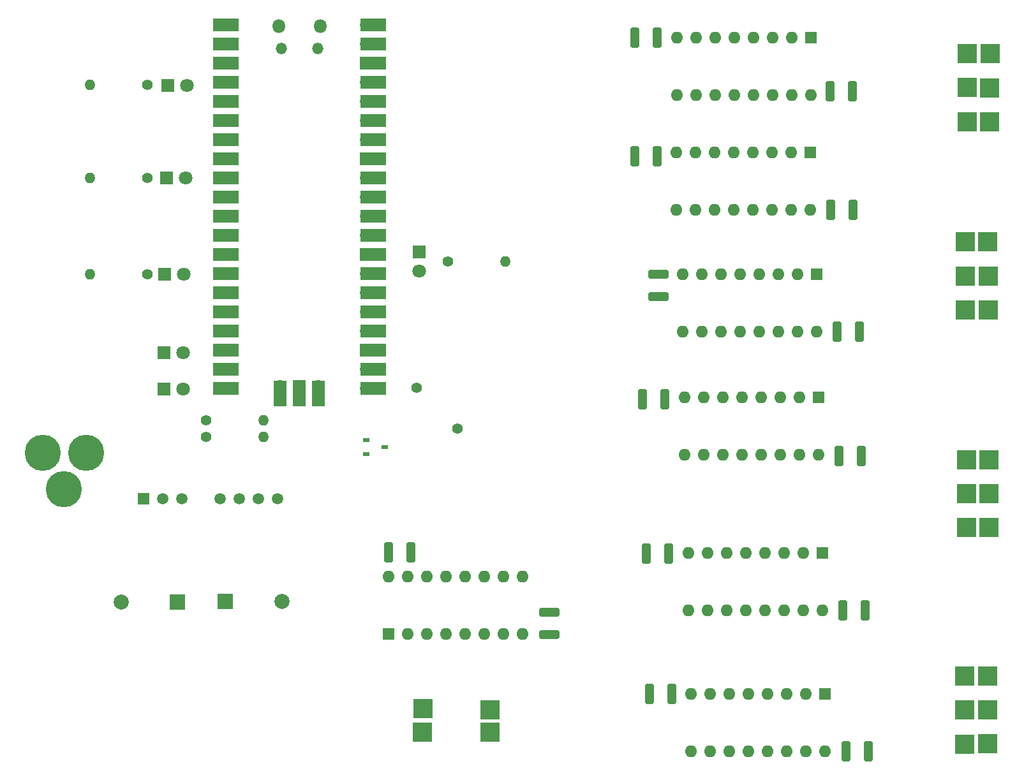
<source format=gbr>
%TF.GenerationSoftware,KiCad,Pcbnew,(6.0.7)*%
%TF.CreationDate,2023-01-12T12:11:46-08:00*%
%TF.ProjectId,RevisedControlBoard,52657669-7365-4644-936f-6e74726f6c42,rev?*%
%TF.SameCoordinates,Original*%
%TF.FileFunction,Soldermask,Top*%
%TF.FilePolarity,Negative*%
%FSLAX46Y46*%
G04 Gerber Fmt 4.6, Leading zero omitted, Abs format (unit mm)*
G04 Created by KiCad (PCBNEW (6.0.7)) date 2023-01-12 12:11:46*
%MOMM*%
%LPD*%
G01*
G04 APERTURE LIST*
G04 Aperture macros list*
%AMRoundRect*
0 Rectangle with rounded corners*
0 $1 Rounding radius*
0 $2 $3 $4 $5 $6 $7 $8 $9 X,Y pos of 4 corners*
0 Add a 4 corners polygon primitive as box body*
4,1,4,$2,$3,$4,$5,$6,$7,$8,$9,$2,$3,0*
0 Add four circle primitives for the rounded corners*
1,1,$1+$1,$2,$3*
1,1,$1+$1,$4,$5*
1,1,$1+$1,$6,$7*
1,1,$1+$1,$8,$9*
0 Add four rect primitives between the rounded corners*
20,1,$1+$1,$2,$3,$4,$5,0*
20,1,$1+$1,$4,$5,$6,$7,0*
20,1,$1+$1,$6,$7,$8,$9,0*
20,1,$1+$1,$8,$9,$2,$3,0*%
%AMHorizOval*
0 Thick line with rounded ends*
0 $1 width*
0 $2 $3 position (X,Y) of the first rounded end (center of the circle)*
0 $4 $5 position (X,Y) of the second rounded end (center of the circle)*
0 Add line between two ends*
20,1,$1,$2,$3,$4,$5,0*
0 Add two circle primitives to create the rounded ends*
1,1,$1,$2,$3*
1,1,$1,$4,$5*%
G04 Aperture macros list end*
%ADD10C,1.400000*%
%ADD11HorizOval,1.400000X0.000000X0.000000X0.000000X0.000000X0*%
%ADD12O,1.800000X1.800000*%
%ADD13O,1.500000X1.500000*%
%ADD14R,3.500000X1.700000*%
%ADD15O,1.700000X1.700000*%
%ADD16R,1.700000X1.700000*%
%ADD17R,1.700000X3.500000*%
%ADD18R,1.600000X1.600000*%
%ADD19O,1.600000X1.600000*%
%ADD20O,1.400000X1.400000*%
%ADD21R,2.500000X2.500000*%
%ADD22RoundRect,0.250000X-0.325000X-1.100000X0.325000X-1.100000X0.325000X1.100000X-0.325000X1.100000X0*%
%ADD23R,1.800000X1.800000*%
%ADD24C,1.800000*%
%ADD25RoundRect,0.250000X0.325000X1.100000X-0.325000X1.100000X-0.325000X-1.100000X0.325000X-1.100000X0*%
%ADD26R,1.508000X1.508000*%
%ADD27C,1.508000*%
%ADD28C,4.800000*%
%ADD29R,0.850000X0.600000*%
%ADD30R,2.000000X2.000000*%
%ADD31C,2.000000*%
%ADD32RoundRect,0.250000X1.100000X-0.325000X1.100000X0.325000X-1.100000X0.325000X-1.100000X-0.325000X0*%
%ADD33RoundRect,0.250000X-1.100000X0.325000X-1.100000X-0.325000X1.100000X-0.325000X1.100000X0.325000X0*%
G04 APERTURE END LIST*
D10*
%TO.C,10k1*%
X136300000Y-90700000D03*
D11*
X141688154Y-96088154D03*
%TD*%
D12*
%TO.C,U2*%
X118005000Y-42630000D03*
D13*
X123155000Y-45660000D03*
X118305000Y-45660000D03*
D12*
X123455000Y-42630000D03*
D14*
X110940000Y-42500000D03*
D15*
X111840000Y-42500000D03*
D14*
X110940000Y-45040000D03*
D15*
X111840000Y-45040000D03*
D14*
X110940000Y-47580000D03*
D16*
X111840000Y-47580000D03*
D14*
X110940000Y-50120000D03*
D15*
X111840000Y-50120000D03*
X111840000Y-52660000D03*
D14*
X110940000Y-52660000D03*
D15*
X111840000Y-55200000D03*
D14*
X110940000Y-55200000D03*
D15*
X111840000Y-57740000D03*
D14*
X110940000Y-57740000D03*
X110940000Y-60280000D03*
D16*
X111840000Y-60280000D03*
D14*
X110940000Y-62820000D03*
D15*
X111840000Y-62820000D03*
D14*
X110940000Y-65360000D03*
D15*
X111840000Y-65360000D03*
X111840000Y-67900000D03*
D14*
X110940000Y-67900000D03*
D15*
X111840000Y-70440000D03*
D14*
X110940000Y-70440000D03*
X110940000Y-72980000D03*
D16*
X111840000Y-72980000D03*
D14*
X110940000Y-75520000D03*
D15*
X111840000Y-75520000D03*
X111840000Y-78060000D03*
D14*
X110940000Y-78060000D03*
X110940000Y-80600000D03*
D15*
X111840000Y-80600000D03*
X111840000Y-83140000D03*
D14*
X110940000Y-83140000D03*
X110940000Y-85680000D03*
D16*
X111840000Y-85680000D03*
D15*
X111840000Y-88220000D03*
D14*
X110940000Y-88220000D03*
X110940000Y-90760000D03*
D15*
X111840000Y-90760000D03*
X129620000Y-90760000D03*
D14*
X130520000Y-90760000D03*
X130520000Y-88220000D03*
D15*
X129620000Y-88220000D03*
D14*
X130520000Y-85680000D03*
D16*
X129620000Y-85680000D03*
D15*
X129620000Y-83140000D03*
D14*
X130520000Y-83140000D03*
D15*
X129620000Y-80600000D03*
D14*
X130520000Y-80600000D03*
X130520000Y-78060000D03*
D15*
X129620000Y-78060000D03*
X129620000Y-75520000D03*
D14*
X130520000Y-75520000D03*
D16*
X129620000Y-72980000D03*
D14*
X130520000Y-72980000D03*
X130520000Y-70440000D03*
D15*
X129620000Y-70440000D03*
X129620000Y-67900000D03*
D14*
X130520000Y-67900000D03*
D15*
X129620000Y-65360000D03*
D14*
X130520000Y-65360000D03*
X130520000Y-62820000D03*
D15*
X129620000Y-62820000D03*
D16*
X129620000Y-60280000D03*
D14*
X130520000Y-60280000D03*
D15*
X129620000Y-57740000D03*
D14*
X130520000Y-57740000D03*
D15*
X129620000Y-55200000D03*
D14*
X130520000Y-55200000D03*
X130520000Y-52660000D03*
D15*
X129620000Y-52660000D03*
D14*
X130520000Y-50120000D03*
D15*
X129620000Y-50120000D03*
D14*
X130520000Y-47580000D03*
D16*
X129620000Y-47580000D03*
D14*
X130520000Y-45040000D03*
D15*
X129620000Y-45040000D03*
X129620000Y-42500000D03*
D14*
X130520000Y-42500000D03*
D17*
X118190000Y-91430000D03*
D15*
X118190000Y-90530000D03*
D16*
X120730000Y-90530000D03*
D17*
X120730000Y-91430000D03*
X123270000Y-91430000D03*
D15*
X123270000Y-90530000D03*
%TD*%
D18*
%TO.C,U5*%
X188505000Y-59430000D03*
D19*
X185965000Y-59430000D03*
X183425000Y-59430000D03*
X180885000Y-59430000D03*
X178345000Y-59430000D03*
X175805000Y-59430000D03*
X173265000Y-59430000D03*
X170725000Y-59430000D03*
X170725000Y-67050000D03*
X173265000Y-67050000D03*
X175805000Y-67050000D03*
X178345000Y-67050000D03*
X180885000Y-67050000D03*
X183425000Y-67050000D03*
X185965000Y-67050000D03*
X188505000Y-67050000D03*
%TD*%
D10*
%TO.C,R2*%
X108320000Y-95030000D03*
D20*
X115940000Y-95030000D03*
%TD*%
D21*
%TO.C,RailB1*%
X146030000Y-133430000D03*
%TD*%
D22*
%TO.C,C2*%
X195804999Y-120230000D03*
X192854999Y-120230000D03*
%TD*%
D23*
%TO.C,D5*%
X102855000Y-75630000D03*
D24*
X105395000Y-75630000D03*
%TD*%
D23*
%TO.C,D1*%
X102755000Y-86030000D03*
D24*
X105295000Y-86030000D03*
%TD*%
D21*
%TO.C,G4L1*%
X212030000Y-137930000D03*
%TD*%
%TO.C,G2L2*%
X209130000Y-80330000D03*
%TD*%
D10*
%TO.C,R5*%
X100540000Y-75630000D03*
D20*
X92920000Y-75630000D03*
%TD*%
D21*
%TO.C,G1L1*%
X212330000Y-55330000D03*
%TD*%
D10*
%TO.C,R6*%
X140420000Y-73930000D03*
D20*
X148040000Y-73930000D03*
%TD*%
D18*
%TO.C,U6*%
X190430000Y-131330000D03*
D19*
X187890000Y-131330000D03*
X185350000Y-131330000D03*
X182810000Y-131330000D03*
X180270000Y-131330000D03*
X177730000Y-131330000D03*
X175190000Y-131330000D03*
X172650000Y-131330000D03*
X172650000Y-138950000D03*
X175190000Y-138950000D03*
X177730000Y-138950000D03*
X180270000Y-138950000D03*
X182810000Y-138950000D03*
X185350000Y-138950000D03*
X187890000Y-138950000D03*
X190430000Y-138950000D03*
%TD*%
D25*
%TO.C,C10*%
X169704999Y-112730000D03*
X166754999Y-112730000D03*
%TD*%
D21*
%TO.C,G1M2*%
X209330000Y-50830000D03*
%TD*%
D20*
%TO.C,R4*%
X92920000Y-62830000D03*
D10*
X100540000Y-62830000D03*
%TD*%
D23*
%TO.C,D2*%
X102755000Y-90830000D03*
D24*
X105295000Y-90830000D03*
%TD*%
D21*
%TO.C,G4R2*%
X209030000Y-128930000D03*
%TD*%
D26*
%TO.C,PS1*%
X100040000Y-105380000D03*
D27*
X102580000Y-105380000D03*
X105120000Y-105380000D03*
X110200000Y-105380000D03*
X112740000Y-105380000D03*
X115280000Y-105380000D03*
X117820000Y-105380000D03*
%TD*%
D23*
%TO.C,D3*%
X103255000Y-50530000D03*
D24*
X105795000Y-50530000D03*
%TD*%
D22*
%TO.C,C12*%
X193280000Y-138930000D03*
X196230000Y-138930000D03*
%TD*%
D18*
%TO.C,U4*%
X188605000Y-44230000D03*
D19*
X186065000Y-44230000D03*
X183525000Y-44230000D03*
X180985000Y-44230000D03*
X178445000Y-44230000D03*
X175905000Y-44230000D03*
X173365000Y-44230000D03*
X170825000Y-44230000D03*
X170825000Y-51850000D03*
X173365000Y-51850000D03*
X175905000Y-51850000D03*
X178445000Y-51850000D03*
X180985000Y-51850000D03*
X183525000Y-51850000D03*
X186065000Y-51850000D03*
X188605000Y-51850000D03*
%TD*%
D18*
%TO.C,U7*%
X189605000Y-91930000D03*
D19*
X187065000Y-91930000D03*
X184525000Y-91930000D03*
X181985000Y-91930000D03*
X179445000Y-91930000D03*
X176905000Y-91930000D03*
X174365000Y-91930000D03*
X171825000Y-91930000D03*
X171825000Y-99550000D03*
X174365000Y-99550000D03*
X176905000Y-99550000D03*
X179445000Y-99550000D03*
X181985000Y-99550000D03*
X184525000Y-99550000D03*
X187065000Y-99550000D03*
X189605000Y-99550000D03*
%TD*%
D21*
%TO.C,RailB2*%
X146030000Y-136430000D03*
%TD*%
D25*
%TO.C,C13*%
X165255000Y-59930000D03*
X168205000Y-59930000D03*
%TD*%
D21*
%TO.C,G4R1*%
X212030000Y-128930000D03*
%TD*%
%TO.C,RailA2*%
X137080000Y-136380000D03*
%TD*%
D28*
%TO.C,J1*%
X92430000Y-99330000D03*
X86630000Y-99330000D03*
X89430000Y-104130000D03*
%TD*%
D21*
%TO.C,G2M2*%
X209130000Y-75830000D03*
%TD*%
D23*
%TO.C,D4*%
X103130000Y-62830000D03*
D24*
X105670000Y-62830000D03*
%TD*%
D21*
%TO.C,G3L2*%
X209230000Y-109230000D03*
%TD*%
D29*
%TO.C,IC1*%
X129580000Y-97580000D03*
X129580000Y-99480000D03*
X132080000Y-98530000D03*
%TD*%
D21*
%TO.C,G3M2*%
X209230000Y-104730000D03*
%TD*%
%TO.C,G1L2*%
X209330000Y-55330000D03*
%TD*%
D22*
%TO.C,C5*%
X192055000Y-83230000D03*
X195005000Y-83230000D03*
%TD*%
D21*
%TO.C,G4M2*%
X209030000Y-133430000D03*
%TD*%
D18*
%TO.C,U3*%
X189405000Y-75630000D03*
D19*
X186865000Y-75630000D03*
X184325000Y-75630000D03*
X181785000Y-75630000D03*
X179245000Y-75630000D03*
X176705000Y-75630000D03*
X174165000Y-75630000D03*
X171625000Y-75630000D03*
X171625000Y-83250000D03*
X174165000Y-83250000D03*
X176705000Y-83250000D03*
X179245000Y-83250000D03*
X181785000Y-83250000D03*
X184325000Y-83250000D03*
X186865000Y-83250000D03*
X189405000Y-83250000D03*
%TD*%
D25*
%TO.C,C9*%
X168204999Y-44230000D03*
X165254999Y-44230000D03*
%TD*%
D21*
%TO.C,G3M1*%
X212230000Y-104730000D03*
%TD*%
%TO.C,G1R2*%
X212380000Y-46330000D03*
%TD*%
D25*
%TO.C,C14*%
X169205000Y-92230000D03*
X166255000Y-92230000D03*
%TD*%
D10*
%TO.C,R1*%
X108320000Y-97230000D03*
D20*
X115940000Y-97230000D03*
%TD*%
D25*
%TO.C,C8*%
X170130000Y-131330000D03*
X167180000Y-131330000D03*
%TD*%
D21*
%TO.C,G3R1*%
X212230000Y-100230000D03*
%TD*%
%TO.C,G3L1*%
X212230000Y-109230000D03*
%TD*%
D18*
%TO.C,U8*%
X190105000Y-112630000D03*
D19*
X187565000Y-112630000D03*
X185025000Y-112630000D03*
X182485000Y-112630000D03*
X179945000Y-112630000D03*
X177405000Y-112630000D03*
X174865000Y-112630000D03*
X172325000Y-112630000D03*
X172325000Y-120250000D03*
X174865000Y-120250000D03*
X177405000Y-120250000D03*
X179945000Y-120250000D03*
X182485000Y-120250000D03*
X185025000Y-120250000D03*
X187565000Y-120250000D03*
X190105000Y-120250000D03*
%TD*%
D21*
%TO.C,RailA1*%
X137130000Y-133280000D03*
%TD*%
D23*
%TO.C,D6*%
X136620000Y-72645000D03*
D24*
X136620000Y-75185000D03*
%TD*%
D21*
%TO.C,G1R1*%
X209330000Y-46330000D03*
%TD*%
%TO.C,G2M1*%
X212130000Y-75830000D03*
%TD*%
D22*
%TO.C,C6*%
X192305000Y-99730000D03*
X195255000Y-99730000D03*
%TD*%
D30*
%TO.C,C4*%
X110912323Y-119030000D03*
D31*
X118412323Y-119030000D03*
%TD*%
D32*
%TO.C,C15*%
X153860000Y-123405000D03*
X153860000Y-120455000D03*
%TD*%
D21*
%TO.C,G4M1*%
X212030000Y-133430000D03*
%TD*%
%TO.C,G2R1*%
X212080000Y-71280000D03*
%TD*%
D22*
%TO.C,C11*%
X191255000Y-67030000D03*
X194205000Y-67030000D03*
%TD*%
D10*
%TO.C,R3*%
X100540000Y-50430000D03*
D20*
X92920000Y-50430000D03*
%TD*%
D30*
%TO.C,C1*%
X104547677Y-119130000D03*
D31*
X97047677Y-119130000D03*
%TD*%
D22*
%TO.C,C7*%
X191155000Y-51330000D03*
X194105000Y-51330000D03*
%TD*%
D21*
%TO.C,G3R2*%
X209230000Y-100230000D03*
%TD*%
%TO.C,G4L2*%
X209030000Y-137980000D03*
%TD*%
%TO.C,G1M1*%
X212330000Y-50880000D03*
%TD*%
%TO.C,G2R2*%
X209080000Y-71280000D03*
%TD*%
%TO.C,G2L1*%
X212130000Y-80330000D03*
%TD*%
D33*
%TO.C,C3*%
X168380000Y-75605001D03*
X168380000Y-78555001D03*
%TD*%
D18*
%TO.C,U1*%
X132555000Y-123330000D03*
D19*
X135095000Y-123330000D03*
X137635000Y-123330000D03*
X140175000Y-123330000D03*
X142715000Y-123330000D03*
X145255000Y-123330000D03*
X147795000Y-123330000D03*
X150335000Y-123330000D03*
X150335000Y-115710000D03*
X147795000Y-115710000D03*
X145255000Y-115710000D03*
X142715000Y-115710000D03*
X140175000Y-115710000D03*
X137635000Y-115710000D03*
X135095000Y-115710000D03*
X132555000Y-115710000D03*
%TD*%
D22*
%TO.C,C16*%
X132535000Y-112550000D03*
X135485000Y-112550000D03*
%TD*%
M02*

</source>
